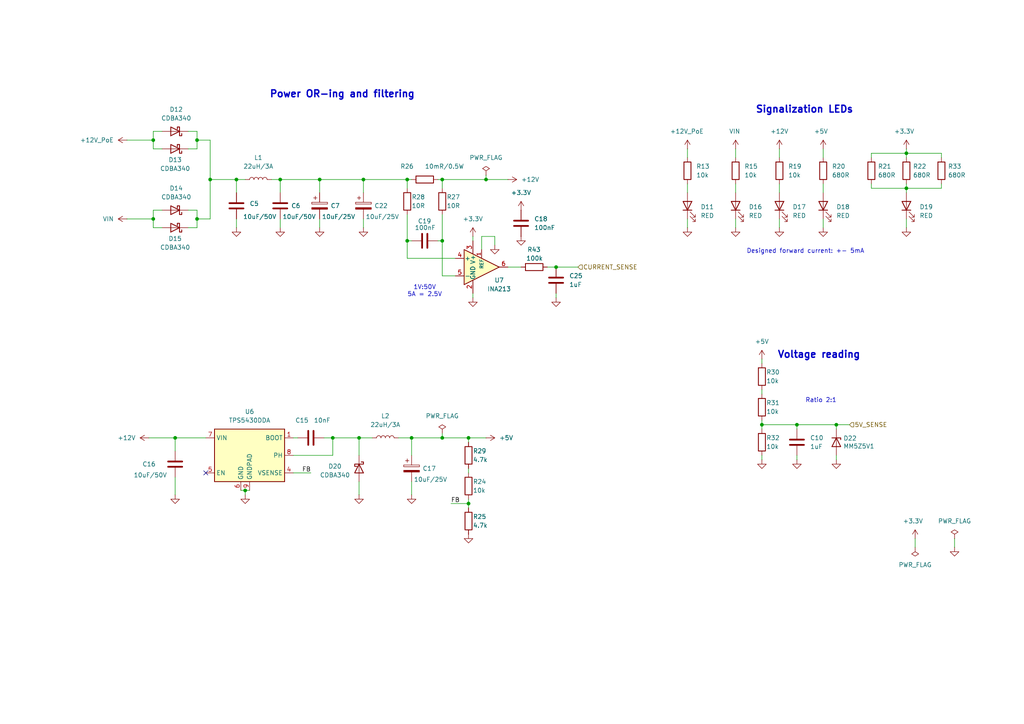
<source format=kicad_sch>
(kicad_sch (version 20231120) (generator "eeschema") (generator_version "8.0")
  (paper "A4")
  (title_block (title "Interface shield") (date "2024-06-04") (rev "${VERSION}") (company "TrendBit s.r.o.") (comment 1 "Designed by: Petr Malaník"))
  (lib_symbols
    (symbol "Device:C" (pin_numbers hide) (pin_names (offset 0.254))
      (property "Reference" "C" (at 0.635 2.54 0))
      (property "Value" "C" (at 0.635 -2.54 0))
      (symbol "C_0_1"
        (polyline (pts (xy -2.032 -0.762) (xy 2.032 -0.762)) (stroke (width 0.508)))
        (polyline (pts (xy -2.032 0.762) (xy 2.032 0.762)) (stroke (width 0.508)))
      )
      (symbol "C_1_1"
        (pin passive line (at 0 3.81 270) (length 2.794) (name "~") (number "1"))
        (pin passive line (at 0 -3.81 90) (length 2.794) (name "~") (number "2"))
      )
    )
    (symbol "Device:C_Polarized" (pin_numbers hide) (pin_names (offset 0.254))
      (property "Reference" "C" (at 0.635 2.54 0))
      (property "Value" "C_Polarized" (at 0.635 -2.54 0))
      (symbol "C_Polarized_0_1"
        (rectangle (start -2.286 0.508) (end 2.286 1.016))
        (polyline (pts (xy -1.778 2.286) (xy -0.762 2.286)))
        (polyline (pts (xy -1.27 2.794) (xy -1.27 1.778)))
        (rectangle (start 2.286 -0.508) (end -2.286 -1.016) (fill (type outline)))
      )
      (symbol "C_Polarized_1_1"
        (pin passive line (at 0 3.81 270) (length 2.794) (name "~") (number "1"))
        (pin passive line (at 0 -3.81 90) (length 2.794) (name "~") (number "2"))
      )
    )
    (symbol "Device:D_Schottky" (pin_numbers hide) (pin_names (offset 1.016) hide)
      (property "Reference" "D" (at 0 2.54 0))
      (property "Value" "D_Schottky" (at 0 -2.54 0))
      (symbol "D_Schottky_0_1"
        (polyline (pts (xy 1.27 0) (xy -1.27 0)))
        (polyline (pts (xy 1.27 1.27) (xy 1.27 -1.27) (xy -1.27 0) (xy 1.27 1.27)) (stroke (width 0.254)))
        (polyline (pts (xy -1.905 0.635) (xy -1.905 1.27) (xy -1.27 1.27) (xy -1.27 -1.27) (xy -0.635 -1.27) (xy -0.635 -0.635)) (stroke (width 0.254)))
      )
      (symbol "D_Schottky_1_1"
        (pin passive line (at -3.81 0 0) (length 2.54) (name "K") (number "1"))
        (pin passive line (at 3.81 0 180) (length 2.54) (name "A") (number "2"))
      )
    )
    (symbol "Device:D_Zener" (pin_numbers hide) (pin_names (offset 1.016) hide)
      (property "Reference" "D" (at 0 2.54 0))
      (property "Value" "D_Zener" (at 0 -2.54 0))
      (symbol "D_Zener_0_1"
        (polyline (pts (xy 1.27 0) (xy -1.27 0)))
        (polyline (pts (xy -1.27 -1.27) (xy -1.27 1.27) (xy -0.762 1.27)) (stroke (width 0.254)))
        (polyline (pts (xy 1.27 -1.27) (xy 1.27 1.27) (xy -1.27 0) (xy 1.27 -1.27)) (stroke (width 0.254)))
      )
      (symbol "D_Zener_1_1"
        (pin passive line (at -3.81 0 0) (length 2.54) (name "K") (number "1"))
        (pin passive line (at 3.81 0 180) (length 2.54) (name "A") (number "2"))
      )
    )
    (symbol "Device:L" (pin_numbers hide) (pin_names (offset 1.016) hide)
      (property "Reference" "L" (at -1.27 0 90))
      (property "Value" "L" (at 1.905 0 90))
      (symbol "L_0_1"
        (arc (start 0 -2.54) (mid 0.6323 -1.905) (end 0 -1.27))
        (arc (start 0 -1.27) (mid 0.6323 -0.635) (end 0 0))
        (arc (start 0 0) (mid 0.6323 0.635) (end 0 1.27))
        (arc (start 0 1.27) (mid 0.6323 1.905) (end 0 2.54))
      )
      (symbol "L_1_1"
        (pin passive line (at 0 3.81 270) (length 1.27) (name "1") (number "1"))
        (pin passive line (at 0 -3.81 90) (length 1.27) (name "2") (number "2"))
      )
    )
    (symbol "Device:LED" (pin_numbers hide) (pin_names (offset 1.016) hide)
      (property "Reference" "D" (at 0 2.54 0))
      (property "Value" "LED" (at 0 -2.54 0))
      (symbol "LED_0_1"
        (polyline (pts (xy -1.27 -1.27) (xy -1.27 1.27)) (stroke (width 0.254)))
        (polyline (pts (xy -1.27 0) (xy 1.27 0)))
        (polyline (pts (xy 1.27 -1.27) (xy 1.27 1.27) (xy -1.27 0) (xy 1.27 -1.27)) (stroke (width 0.254)))
        (polyline (pts (xy -3.048 -0.762) (xy -4.572 -2.286) (xy -3.81 -2.286) (xy -4.572 -2.286) (xy -4.572 -1.524)))
        (polyline (pts (xy -1.778 -0.762) (xy -3.302 -2.286) (xy -2.54 -2.286) (xy -3.302 -2.286) (xy -3.302 -1.524)))
      )
      (symbol "LED_1_1"
        (pin passive line (at -3.81 0 0) (length 2.54) (name "K") (number "1"))
        (pin passive line (at 3.81 0 180) (length 2.54) (name "A") (number "2"))
      )
    )
    (symbol "Device:R" (pin_numbers hide) (pin_names (offset 0))
      (property "Reference" "R" (at 2.032 0 90))
      (property "Value" "R" (at 0 0 90))
      (symbol "R_0_1"
        (rectangle (start -1.016 -2.54) (end 1.016 2.54) (stroke (width 0.254)))
      )
      (symbol "R_1_1"
        (pin passive line (at 0 3.81 270) (length 1.27) (name "~") (number "1"))
        (pin passive line (at 0 -3.81 90) (length 1.27) (name "~") (number "2"))
      )
    )
    (symbol "Regulator_Switching:TPS5430DDA"
      (property "Reference" "U" (at -10.16 8.89 0))
      (property "Value" "TPS5430DDA" (at -1.27 8.89 0))
      (symbol "TPS5430DDA_0_1"
        (rectangle (start -10.16 7.62) (end 10.16 -7.62) (stroke (width 0.254)) (fill (type background)))
      )
      (symbol "TPS5430DDA_1_1"
        (pin input line (at 12.7 5.08 180) (length 2.54) (name "BOOT") (number "1"))
        (pin no_connect line (at -10.16 2.54 0) (length 2.54) hide (name "NC") (number "2"))
        (pin no_connect line (at -10.16 -2.54 0) (length 2.54) hide (name "NC") (number "3"))
        (pin input line (at 12.7 -5.08 180) (length 2.54) (name "VSENSE") (number "4"))
        (pin input line (at -12.7 -5.08 0) (length 2.54) (name "EN") (number "5"))
        (pin power_in line (at -2.54 -10.16 90) (length 2.54) (name "GND") (number "6"))
        (pin power_in line (at -12.7 5.08 0) (length 2.54) (name "VIN") (number "7"))
        (pin output line (at 12.7 0 180) (length 2.54) (name "PH") (number "8"))
        (pin power_in line (at 0 -10.16 90) (length 2.54) (name "GNDPAD") (number "9"))
      )
    )
    (symbol "TCY_power_management:INA213_SC-70" (pin_names (offset 0.127))
      (property "Reference" "U" (at 3.81 3.81 0))
      (property "Value" "INA213" (at 7.112 -4.318 0))
      (symbol "INA213_SC-70_0_1"
        (polyline (pts (xy 5.08 0) (xy -5.08 5.08) (xy -5.08 -5.08) (xy 5.08 0)) (stroke (width 0.254)) (fill (type background)))
      )
      (symbol "INA213_SC-70_1_1"
        (pin input line (at 0 5.08 270) (length 2.54) (name "REF") (number "1"))
        (pin power_in line (at -2.54 -7.62 90) (length 3.81) (name "GND") (number "2"))
        (pin power_in line (at -2.54 7.62 270) (length 3.81) (name "V+") (number "3"))
        (pin input line (at -7.62 2.54 0) (length 2.54) (name "+") (number "4"))
        (pin input line (at -7.62 -2.54 0) (length 2.54) (name "-") (number "5"))
        (pin output line (at 7.62 0 180) (length 2.54) (name "~") (number "6"))
      )
    )
    (symbol "power:+12V" (power) (pin_numbers hide) (pin_names (offset 0) hide)
      (property "Value" "+12V" (at 0 3.556 0))
      (symbol "+12V_0_1"
        (polyline (pts (xy -0.762 1.27) (xy 0 2.54)))
        (polyline (pts (xy 0 0) (xy 0 2.54)))
        (polyline (pts (xy 0 2.54) (xy 0.762 1.27)))
      )
      (symbol "+12V_1_1"
        (pin power_in line (at 0 0 90) (length 0) (name "~") (number "1"))
      )
    )
    (symbol "power:+24V" (power) (pin_numbers hide) (pin_names (offset 0) hide)
      (property "Value" "+24V" (at 0 3.556 0))
      (symbol "+24V_0_1"
        (polyline (pts (xy -0.762 1.27) (xy 0 2.54)))
        (polyline (pts (xy 0 0) (xy 0 2.54)))
        (polyline (pts (xy 0 2.54) (xy 0.762 1.27)))
      )
      (symbol "+24V_1_1"
        (pin power_in line (at 0 0 90) (length 0) (name "~") (number "1"))
      )
    )
    (symbol "power:+3.3V" (power) (pin_numbers hide) (pin_names (offset 0) hide)
      (property "Value" "+3.3V" (at 0 3.556 0))
      (symbol "+3.3V_0_1"
        (polyline (pts (xy -0.762 1.27) (xy 0 2.54)))
        (polyline (pts (xy 0 0) (xy 0 2.54)))
        (polyline (pts (xy 0 2.54) (xy 0.762 1.27)))
      )
      (symbol "+3.3V_1_1"
        (pin power_in line (at 0 0 90) (length 0) (name "~") (number "1"))
      )
    )
    (symbol "power:+5V" (power) (pin_numbers hide) (pin_names (offset 0) hide)
      (property "Value" "+5V" (at 0 3.556 0))
      (symbol "+5V_0_1"
        (polyline (pts (xy -0.762 1.27) (xy 0 2.54)))
        (polyline (pts (xy 0 0) (xy 0 2.54)))
        (polyline (pts (xy 0 2.54) (xy 0.762 1.27)))
      )
      (symbol "+5V_1_1"
        (pin power_in line (at 0 0 90) (length 0) (name "~") (number "1"))
      )
    )
    (symbol "power:GND" (power) (pin_numbers hide) (pin_names (offset 0) hide)
      (property "Value" "GND" (at 0 -3.81 0))
      (symbol "GND_0_1"
        (polyline (pts (xy 0 0) (xy 0 -1.27) (xy 1.27 -1.27) (xy 0 -2.54) (xy -1.27 -1.27) (xy 0 -1.27)))
      )
      (symbol "GND_1_1"
        (pin power_in line (at 0 0 270) (length 0) (name "~") (number "1"))
      )
    )
    (symbol "power:PWR_FLAG" (power) (pin_numbers hide) (pin_names (offset 0) hide)
      (property "Value" "PWR_FLAG" (at 0 3.81 0))
      (symbol "PWR_FLAG_0_0"
        (pin power_out line (at 0 0 90) (length 0) (name "~") (number "1"))
      )
      (symbol "PWR_FLAG_0_1"
        (polyline (pts (xy 0 0) (xy 0 1.27) (xy -1.016 1.905) (xy 0 2.54) (xy 1.016 1.905) (xy 0 1.27)))
      )
    )
    (symbol "power:VCC" (power) (pin_numbers hide) (pin_names (offset 0) hide)
      (property "Value" "VCC" (at 0 3.556 0))
      (symbol "VCC_0_1"
        (polyline (pts (xy -0.762 1.27) (xy 0 2.54)))
        (polyline (pts (xy 0 0) (xy 0 2.54)))
        (polyline (pts (xy 0 2.54) (xy 0.762 1.27)))
      )
      (symbol "VCC_1_1"
        (pin power_in line (at 0 0 90) (length 0) (name "~") (number "1"))
      )
    )
  )
  (junction (at 135.89 146.05))
  (junction (at 119.38 127))
  (junction (at 44.45 40.64))
  (junction (at 161.29 77.47))
  (junction (at 44.45 63.5))
  (junction (at 128.27 52.07))
  (junction (at 96.52 127))
  (junction (at 140.97 52.07))
  (junction (at 231.14 123.19))
  (junction (at 81.28 52.07))
  (junction (at 57.15 40.64))
  (junction (at 92.71 52.07))
  (junction (at 105.41 52.07))
  (junction (at 118.11 52.07))
  (junction (at 262.89 54.61))
  (junction (at 57.15 63.5))
  (junction (at 104.14 127))
  (junction (at 128.27 127))
  (junction (at 60.96 52.07))
  (junction (at 128.27 69.85))
  (junction (at 242.57 123.19))
  (junction (at 68.58 52.07))
  (junction (at 50.8 127))
  (junction (at 135.89 127))
  (junction (at 118.11 69.85))
  (junction (at 262.89 44.45))
  (junction (at 71.12 142.24))
  (junction (at 220.98 123.19))
  (no_connect (at 59.69 137.16))
  (wire (pts (xy 36.83 40.64) (xy 44.45 40.64)))
  (wire (pts (xy 50.8 127) (xy 59.69 127)))
  (wire (pts (xy 81.28 63.5) (xy 81.28 66.04)))
  (wire (pts (xy 226.06 63.5) (xy 226.06 66.04)))
  (wire (pts (xy 105.41 63.5) (xy 105.41 66.04)))
  (wire (pts (xy 147.32 77.47) (xy 151.13 77.47)))
  (wire (pts (xy 60.96 40.64) (xy 60.96 52.07)))
  (wire (pts (xy 161.29 85.09) (xy 161.29 86.36)))
  (wire (pts (xy 231.14 132.08) (xy 231.14 133.35)))
  (wire (pts (xy 273.05 54.61) (xy 262.89 54.61)))
  (wire (pts (xy 81.28 52.07) (xy 81.28 55.88)))
  (wire (pts (xy 105.41 52.07) (xy 105.41 55.88)))
  (wire (pts (xy 127 69.85) (xy 128.27 69.85)))
  (wire (pts (xy 119.38 127) (xy 128.27 127)))
  (wire (pts (xy 199.39 63.5) (xy 199.39 66.04)))
  (wire (pts (xy 54.61 60.96) (xy 57.15 60.96)))
  (wire (pts (xy 57.15 43.18) (xy 57.15 40.64)))
  (wire (pts (xy 128.27 52.07) (xy 128.27 54.61)))
  (wire (pts (xy 220.98 104.14) (xy 220.98 105.41)))
  (wire (pts (xy 118.11 52.07) (xy 119.38 52.07)))
  (wire (pts (xy 68.58 52.07) (xy 68.58 55.88)))
  (wire (pts (xy 54.61 38.1) (xy 57.15 38.1)))
  (wire (pts (xy 262.89 53.34) (xy 262.89 54.61)))
  (wire (pts (xy 93.98 127) (xy 96.52 127)))
  (wire (pts (xy 242.57 123.19) (xy 242.57 124.46)))
  (wire (pts (xy 161.29 77.47) (xy 167.64 77.47)))
  (wire (pts (xy 96.52 127) (xy 104.14 127)))
  (wire (pts (xy 85.09 132.08) (xy 96.52 132.08)))
  (wire (pts (xy 46.99 38.1) (xy 44.45 38.1)))
  (wire (pts (xy 68.58 63.5) (xy 68.58 66.04)))
  (wire (pts (xy 231.14 123.19) (xy 242.57 123.19)))
  (wire (pts (xy 213.36 53.34) (xy 213.36 55.88)))
  (wire (pts (xy 43.18 127) (xy 50.8 127)))
  (wire (pts (xy 213.36 43.18) (xy 213.36 45.72)))
  (wire (pts (xy 60.96 52.07) (xy 60.96 63.5)))
  (wire (pts (xy 199.39 43.18) (xy 199.39 45.72)))
  (wire (pts (xy 139.7 72.39) (xy 139.7 68.58)))
  (wire (pts (xy 276.86 156.21) (xy 276.86 158.75)))
  (wire (pts (xy 128.27 62.23) (xy 128.27 69.85)))
  (wire (pts (xy 226.06 43.18) (xy 226.06 45.72)))
  (wire (pts (xy 71.12 142.24) (xy 72.39 142.24)))
  (wire (pts (xy 57.15 63.5) (xy 57.15 60.96)))
  (wire (pts (xy 118.11 62.23) (xy 118.11 69.85)))
  (wire (pts (xy 105.41 52.07) (xy 118.11 52.07)))
  (wire (pts (xy 135.89 128.27) (xy 135.89 127)))
  (wire (pts (xy 86.36 127) (xy 85.09 127)))
  (wire (pts (xy 118.11 69.85) (xy 119.38 69.85)))
  (wire (pts (xy 128.27 69.85) (xy 128.27 80.01)))
  (wire (pts (xy 252.73 54.61) (xy 262.89 54.61)))
  (wire (pts (xy 71.12 142.24) (xy 71.12 143.51)))
  (wire (pts (xy 262.89 44.45) (xy 273.05 44.45)))
  (wire (pts (xy 137.16 85.09) (xy 137.16 86.36)))
  (wire (pts (xy 54.61 66.04) (xy 57.15 66.04)))
  (wire (pts (xy 118.11 69.85) (xy 118.11 74.93)))
  (wire (pts (xy 262.89 43.18) (xy 262.89 44.45)))
  (wire (pts (xy 128.27 125.73) (xy 128.27 127)))
  (wire (pts (xy 104.14 127) (xy 107.95 127)))
  (wire (pts (xy 132.08 74.93) (xy 118.11 74.93)))
  (wire (pts (xy 139.7 68.58) (xy 143.51 68.58)))
  (wire (pts (xy 242.57 123.19) (xy 246.38 123.19)))
  (wire (pts (xy 44.45 66.04) (xy 46.99 66.04)))
  (wire (pts (xy 252.73 54.61) (xy 252.73 53.34)))
  (wire (pts (xy 57.15 63.5) (xy 57.15 66.04)))
  (wire (pts (xy 135.89 127) (xy 140.97 127)))
  (wire (pts (xy 92.71 52.07) (xy 92.71 55.88)))
  (wire (pts (xy 57.15 40.64) (xy 60.96 40.64)))
  (wire (pts (xy 68.58 52.07) (xy 71.12 52.07)))
  (wire (pts (xy 213.36 63.5) (xy 213.36 66.04)))
  (wire (pts (xy 220.98 121.92) (xy 220.98 123.19)))
  (wire (pts (xy 220.98 123.19) (xy 220.98 124.46)))
  (wire (pts (xy 128.27 52.07) (xy 127 52.07)))
  (wire (pts (xy 135.89 146.05) (xy 135.89 147.32)))
  (wire (pts (xy 128.27 127) (xy 135.89 127)))
  (wire (pts (xy 238.76 43.18) (xy 238.76 45.72)))
  (wire (pts (xy 238.76 63.5) (xy 238.76 66.04)))
  (wire (pts (xy 262.89 54.61) (xy 262.89 55.88)))
  (wire (pts (xy 44.45 60.96) (xy 44.45 63.5)))
  (wire (pts (xy 220.98 123.19) (xy 231.14 123.19)))
  (wire (pts (xy 273.05 44.45) (xy 273.05 45.72)))
  (wire (pts (xy 50.8 138.43) (xy 50.8 143.51)))
  (wire (pts (xy 36.83 63.5) (xy 44.45 63.5)))
  (wire (pts (xy 242.57 132.08) (xy 242.57 133.35)))
  (wire (pts (xy 44.45 63.5) (xy 44.45 66.04)))
  (wire (pts (xy 140.97 50.8) (xy 140.97 52.07)))
  (wire (pts (xy 119.38 127) (xy 119.38 132.08)))
  (wire (pts (xy 220.98 113.03) (xy 220.98 114.3)))
  (wire (pts (xy 238.76 53.34) (xy 238.76 55.88)))
  (wire (pts (xy 115.57 127) (xy 119.38 127)))
  (wire (pts (xy 226.06 53.34) (xy 226.06 55.88)))
  (wire (pts (xy 220.98 132.08) (xy 220.98 133.35)))
  (wire (pts (xy 44.45 38.1) (xy 44.45 40.64)))
  (wire (pts (xy 265.43 156.21) (xy 265.43 158.75)))
  (wire (pts (xy 143.51 68.58) (xy 143.51 71.12)))
  (wire (pts (xy 92.71 52.07) (xy 105.41 52.07)))
  (wire (pts (xy 252.73 44.45) (xy 262.89 44.45)))
  (wire (pts (xy 50.8 127) (xy 50.8 130.81)))
  (wire (pts (xy 262.89 44.45) (xy 262.89 45.72)))
  (wire (pts (xy 60.96 52.07) (xy 68.58 52.07)))
  (wire (pts (xy 57.15 40.64) (xy 57.15 38.1)))
  (wire (pts (xy 119.38 139.7) (xy 119.38 143.51)))
  (wire (pts (xy 118.11 52.07) (xy 118.11 54.61)))
  (wire (pts (xy 128.27 52.07) (xy 140.97 52.07)))
  (wire (pts (xy 137.16 69.85) (xy 137.16 68.58)))
  (wire (pts (xy 78.74 52.07) (xy 81.28 52.07)))
  (wire (pts (xy 252.73 44.45) (xy 252.73 45.72)))
  (wire (pts (xy 85.09 137.16) (xy 90.17 137.16)))
  (wire (pts (xy 199.39 53.34) (xy 199.39 55.88)))
  (wire (pts (xy 262.89 63.5) (xy 262.89 66.04)))
  (wire (pts (xy 44.45 43.18) (xy 46.99 43.18)))
  (wire (pts (xy 273.05 53.34) (xy 273.05 54.61)))
  (wire (pts (xy 130.81 146.05) (xy 135.89 146.05)))
  (wire (pts (xy 231.14 123.19) (xy 231.14 124.46)))
  (wire (pts (xy 92.71 63.5) (xy 92.71 66.04)))
  (wire (pts (xy 57.15 63.5) (xy 60.96 63.5)))
  (wire (pts (xy 46.99 60.96) (xy 44.45 60.96)))
  (wire (pts (xy 135.89 137.16) (xy 135.89 135.89)))
  (wire (pts (xy 104.14 139.7) (xy 104.14 143.51)))
  (wire (pts (xy 96.52 127) (xy 96.52 132.08)))
  (wire (pts (xy 135.89 144.78) (xy 135.89 146.05)))
  (wire (pts (xy 44.45 40.64) (xy 44.45 43.18)))
  (wire (pts (xy 54.61 43.18) (xy 57.15 43.18)))
  (wire (pts (xy 158.75 77.47) (xy 161.29 77.47)))
  (wire (pts (xy 140.97 52.07) (xy 147.32 52.07)))
  (wire (pts (xy 69.85 142.24) (xy 71.12 142.24)))
  (wire (pts (xy 104.14 127) (xy 104.14 132.08)))
  (wire (pts (xy 81.28 52.07) (xy 92.71 52.07)))
  (wire (pts (xy 128.27 80.01) (xy 132.08 80.01)))
  (text "1V:50V\n5A = 2.5V\n" (at 123.19 84.455 0) (effects (font (size 1.27 1.27))))
  (text "Designed forward current: +- 5mA" (at 216.535 73.66 0) (effects (font (size 1.27 1.27)) (justify left bottom)))
  (text "Power OR-ing and filtering" (at 78.105 28.575 0) (effects (font (size 2 2) (thickness 0.4) (bold yes)) (justify left bottom)))
  (text "Voltage reading" (at 225.425 104.14 0) (effects (font (size 2 2) (thickness 0.4) (bold yes)) (justify left bottom)))
  (text "Signalization LEDs" (at 219.075 33.02 0) (effects (font (size 2 2) (thickness 0.4) (bold yes)) (justify left bottom)))
  (text "Ratio 2:1" (at 238.125 116.205 0) (effects (font (size 1.27 1.27))))
  (label "FB" (at 130.81 146.05 0))
  (label "FB" (at 90.17 137.16 180))
  (hierarchical_label "CURRENT_SENSE" (shape input) (at 167.64 77.47 0))
  (hierarchical_label "5V_SENSE" (shape input) (at 246.38 123.19 0))
  (symbol (lib_id "Device:C") (at 151.13 64.77 0) (unit 1)
    (property "Reference" "C18" (at 154.94 63.4999 0) (effects (justify left)))
    (property "Value" "100nF" (at 154.94 66.0399 0) (effects (justify left)))
    (property "Footprint" "Capacitor_SMD:C_0603_1608Metric" (effects (hide yes)))
    (property "Description" "Unpolarized capacitor" (effects (hide yes)))
    (property "LCSC" "C14663" (effects (hide yes)))
  )
  (symbol (lib_id "power:+3.3V") (at 137.16 68.58 0) (unit 1)
    (property "Reference" "#PWR052" (effects (hide yes)))
    (property "Value" "+3.3V" (at 137.16 63.5 0))
    (property "Description" "Power symbol creates a global label with name \"+3.3V\"" (effects (hide yes)))
  )
  (symbol (lib_id "power:GND") (at 262.89 66.04 0) (unit 1)
    (property "Reference" "#PWR044" (effects (hide yes)))
    (property "Value" "GND" (effects (hide yes)))
    (property "Description" "Power symbol creates a global label with name \"GND\" , ground" (effects (hide yes)))
  )
  (symbol (lib_id "power:+12V") (at 226.06 43.18 0) (unit 1)
    (property "Reference" "#PWR037" (effects (hide yes)))
    (property "Value" "+12V" (at 226.06 38.1 0))
    (property "Description" "Power symbol creates a global label with name \"+12V\"" (effects (hide yes)))
  )
  (symbol (lib_id "Device:D_Schottky") (at 50.8 66.04 180) (unit 1)
    (property "Reference" "D15" (at 50.8 69.215 0))
    (property "Value" "CDBA340" (at 50.8 71.755 0))
    (property "Footprint" "Diode_SMD:D_SMA" (effects (hide yes)))
    (property "Description" "Schottky diode" (effects (hide yes)))
    (property "Link" "https://cz.mouser.com/ProductDetail/Comchip-Technology/CDBA340-HF?qs=sGAEpiMZZMtbRapU8LlZD7Jimkw4KnZBmcvzrUXABj8%3D" (effects (hide yes)))
    (property "MPN" "CDBA340-HF" (effects (hide yes)))
    (property "JLCPCB" "C8678" (effects (hide yes)))
    (property "Mouser" "https://cz.mouser.com/ProductDetail/Comchip-Technology/CDBA340-HF?qs=2qJf6qQ4IOK2MGmBCnkoYw%3D%3D" (effects (hide yes)))
    (property "MPNA" "SS34" (effects (hide yes)))
    (property "LCSC" "C8678" (effects (hide yes)))
  )
  (symbol (lib_id "TCY_power_management:INA213_SC-70") (at 139.7 77.47 0) (unit 1)
    (property "Reference" "U7" (at 144.78 81.28 0))
    (property "Value" "INA213" (at 144.78 83.82 0))
    (property "Footprint" "Package_TO_SOT_SMD:SOT-363_SC-70-6" (effects (hide yes)))
    (property "Datasheet" "https://www.ti.com/lit/ds/symlink/ina213.pdf" (effects (hide yes)))
    (property "Description" "Current Shunt Monitor 26V Bidirectional, UQFN10" (effects (hide yes)))
    (property "Mouser" "https://cz.mouser.com/ProductDetail/Texas-Instruments/INA213AIRSWR?qs=IK5e5L0zOXjUWZcMF23Plg%3D%3D" (effects (hide yes)))
    (property "JLCPCB" "C129346" (effects (hide yes)))
    (property "MPN" "INA213AIDCKR" (effects (hide yes)))
    (property "LCSC" "C129346" (effects (hide yes)))
  )
  (symbol (lib_id "Device:C") (at 90.17 127 90) (unit 1)
    (property "Reference" "C15" (at 89.535 121.92 90) (effects (justify left)))
    (property "Value" "10nF" (at 95.885 121.92 90) (effects (justify left)))
    (property "Footprint" "Capacitor_SMD:C_0603_1608Metric" (effects (hide yes)))
    (property "LCSC" "C57112" (effects (hide yes)))
  )
  (symbol (lib_id "Device:R") (at 135.89 151.13 0) (unit 1)
    (property "Reference" "R25" (at 137.16 149.86 0) (effects (justify left)))
    (property "Value" "4.7k" (at 137.16 152.4 0) (effects (justify left)))
    (property "Footprint" "Resistor_SMD:R_0603_1608Metric" (effects (hide yes)))
    (property "LCSC" "C23162" (effects (hide yes)))
  )
  (symbol (lib_id "Device:LED") (at 199.39 59.69 90) (unit 1)
    (property "Reference" "D11" (at 203.2 60.0075 90) (effects (justify right)))
    (property "Value" "RED" (at 203.2 62.5475 90) (effects (justify right)))
    (property "Footprint" "LED_SMD:LED_0603_1608Metric" (effects (hide yes)))
    (property "Link" "https://cz.mouser.com/ProductDetail/755-SML-D12V8WT86" (effects (hide yes)))
    (property "MPN" " KT-0603R" (effects (hide yes)))
    (property "JLCPCB" "C2286" (effects (hide yes)))
    (property "MPNA" "SML-D12V8WT86 " (effects (hide yes)))
    (property "Mouser" "https://cz.mouser.com/ProductDetail/ROHM-Semiconductor/SML-D12V8WT86?qs=4kLU8WoGk0uh2PhEoCCv1w%3D%3D" (effects (hide yes)))
    (property "LCSC" "C2286" (effects (hide yes)))
  )
  (symbol (lib_id "power:GND") (at 151.13 68.58 0) (unit 1)
    (property "Reference" "#PWR051" (effects (hide yes)))
    (property "Value" "GND" (effects (hide yes)))
    (property "Description" "Power symbol creates a global label with name \"GND\" , ground" (effects (hide yes)))
  )
  (symbol (lib_id "power:GND") (at 161.29 86.36 0) (unit 1)
    (property "Reference" "#PWR0124" (effects (hide yes)))
    (property "Value" "GND" (effects (hide yes)))
    (property "Description" "Power symbol creates a global label with name \"GND\" , ground" (effects (hide yes)))
  )
  (symbol (lib_id "power:VCC") (at 213.36 43.18 0) (unit 1)
    (property "Reference" "#PWR033" (effects (hide yes)))
    (property "Value" "VIN" (at 211.455 38.1 0) (effects (justify left)))
    (property "Description" "Power symbol creates a global label with name \"VIN\"" (effects (hide yes)))
  )
  (symbol (lib_id "power:+5V") (at 220.98 104.14 0) (unit 1)
    (property "Reference" "#PWR057" (effects (hide yes)))
    (property "Value" "+5V" (at 220.98 99.06 0))
  )
  (symbol (lib_id "power:GND") (at 135.89 154.94 0) (unit 1)
    (property "Reference" "#PWR058" (effects (hide yes)))
    (property "Value" "GND" (effects (hide yes)))
    (property "Description" "Power symbol creates a global label with name \"GND\" , ground" (effects (hide yes)))
  )
  (symbol (lib_id "Device:R") (at 238.76 49.53 0) (unit 1)
    (property "Reference" "R20" (at 241.3 48.2599 0) (effects (justify left)))
    (property "Value" "680R" (at 241.3 50.7999 0) (effects (justify left)))
    (property "Footprint" "Resistor_SMD:R_0603_1608Metric" (effects (hide yes)))
    (property "LCSC" "C23228" (effects (hide yes)))
  )
  (symbol (lib_id "Device:R") (at 252.73 49.53 0) (unit 1)
    (property "Reference" "R21" (at 254.635 48.26 0) (effects (justify left)))
    (property "Value" "680R" (at 254.635 50.8 0) (effects (justify left)))
    (property "Footprint" "Resistor_SMD:R_0603_1608Metric" (effects (hide yes)))
    (property "LCSC" "C23228" (effects (hide yes)))
  )
  (symbol (lib_id "power:GND") (at 81.28 66.04 0) (unit 1)
    (property "Reference" "#PWR042" (effects (hide yes)))
    (property "Value" "GND" (effects (hide yes)))
    (property "Description" "Power symbol creates a global label with name \"GND\" , ground" (effects (hide yes)))
  )
  (symbol (lib_id "power:GND") (at 92.71 66.04 0) (unit 1)
    (property "Reference" "#PWR045" (effects (hide yes)))
    (property "Value" "GND" (effects (hide yes)))
    (property "Description" "Power symbol creates a global label with name \"GND\" , ground" (effects (hide yes)))
  )
  (symbol (lib_id "Device:R") (at 273.05 49.53 0) (unit 1)
    (property "Reference" "R33" (at 274.955 48.26 0) (effects (justify left)))
    (property "Value" "680R" (at 274.955 50.8 0) (effects (justify left)))
    (property "Footprint" "Resistor_SMD:R_0603_1608Metric" (effects (hide yes)))
    (property "LCSC" "C23228" (effects (hide yes)))
  )
  (symbol (lib_id "power:PWR_FLAG") (at 276.86 156.21 0) (unit 1)
    (property "Reference" "#FLG04" (effects (hide yes)))
    (property "Value" "PWR_FLAG" (at 276.86 151.13 0))
    (property "Description" "Special symbol for telling ERC where power comes from" (effects (hide yes)))
  )
  (symbol (lib_id "Device:R") (at 154.94 77.47 90) (unit 1)
    (property "Reference" "R43" (at 156.845 72.39 90) (effects (justify left)))
    (property "Value" "100k" (at 157.48 74.93 90) (effects (justify left)))
    (property "Footprint" "Resistor_SMD:R_0603_1608Metric" (effects (hide yes)))
    (property "LCSC" "C25803" (effects (hide yes)))
  )
  (symbol (lib_id "power:+3.3V") (at 151.13 60.96 0) (unit 1)
    (property "Reference" "#PWR050" (effects (hide yes)))
    (property "Value" "+3.3V" (at 151.13 55.88 0))
    (property "Description" "Power symbol creates a global label with name \"+3.3V\"" (effects (hide yes)))
  )
  (symbol (lib_id "power:GND") (at 143.51 71.12 0) (unit 1)
    (property "Reference" "#PWR0107" (effects (hide yes)))
    (property "Value" "GND" (effects (hide yes)))
    (property "Description" "Power symbol creates a global label with name \"GND\" , ground" (effects (hide yes)))
  )
  (symbol (lib_id "power:GND") (at 104.14 143.51 0) (unit 1)
    (property "Reference" "#PWR0108" (effects (hide yes)))
    (property "Value" "GND" (effects (hide yes)))
    (property "Description" "Power symbol creates a global label with name \"GND\" , ground" (effects (hide yes)))
  )
  (symbol (lib_id "power:+3.3V") (at 262.89 43.18 0) (unit 1)
    (property "Reference" "#PWR043" (effects (hide yes)))
    (property "Value" "+3.3V" (at 262.255 38.1 0))
    (property "Description" "Power symbol creates a global label with name \"+3.3V\"" (effects (hide yes)))
  )
  (symbol (lib_id "Device:C") (at 123.19 69.85 90) (unit 1)
    (property "Reference" "C19" (at 125.095 64.135 90) (effects (justify left)))
    (property "Value" "100nF" (at 126.365 66.04 90) (effects (justify left)))
    (property "Footprint" "Capacitor_SMD:C_0603_1608Metric" (effects (hide yes)))
    (property "Description" "Unpolarized capacitor" (effects (hide yes)))
    (property "LCSC" "C14663" (effects (hide yes)))
  )
  (symbol (lib_id "Device:C") (at 50.8 134.62 0) (unit 1)
    (property "Reference" "C16" (at 41.275 134.62 0) (effects (justify left)))
    (property "Value" "10uF/50V" (at 38.735 137.795 0) (effects (justify left)))
    (property "Footprint" "Capacitor_SMD:C_1206_3216Metric" (effects (hide yes)))
    (property "JLCPCB" "C13585" (effects (hide yes)))
    (property "LCSC" "C13585" (effects (hide yes)))
  )
  (symbol (lib_id "Device:R") (at 262.89 49.53 0) (unit 1)
    (property "Reference" "R22" (at 264.795 48.26 0) (effects (justify left)))
    (property "Value" "680R" (at 264.795 50.8 0) (effects (justify left)))
    (property "Footprint" "Resistor_SMD:R_0603_1608Metric" (effects (hide yes)))
    (property "LCSC" "C23228" (effects (hide yes)))
  )
  (symbol (lib_id "Device:C") (at 161.29 81.28 0) (unit 1)
    (property "Reference" "C25" (at 165.1 80.0099 0) (effects (justify left)))
    (property "Value" "1uF" (at 165.1 82.5499 0) (effects (justify left)))
    (property "Footprint" "Capacitor_SMD:C_0603_1608Metric" (effects (hide yes)))
    (property "Description" "Unpolarized capacitor" (effects (hide yes)))
    (property "LCSC" "C15849" (effects (hide yes)))
  )
  (symbol (lib_id "power:GND") (at 199.39 66.04 0) (unit 1)
    (property "Reference" "#PWR032" (effects (hide yes)))
    (property "Value" "GND" (effects (hide yes)))
    (property "Description" "Power symbol creates a global label with name \"GND\" , ground" (effects (hide yes)))
  )
  (symbol (lib_id "Device:R") (at 135.89 132.08 0) (unit 1)
    (property "Reference" "R29" (at 137.16 130.81 0) (effects (justify left)))
    (property "Value" "4.7k" (at 137.16 133.35 0) (effects (justify left)))
    (property "Footprint" "Resistor_SMD:R_0603_1608Metric" (effects (hide yes)))
    (property "LCSC" "C23162" (effects (hide yes)))
  )
  (symbol (lib_id "Device:C_Polarized") (at 105.41 59.69 0) (unit 1)
    (property "Reference" "C22" (at 108.585 59.69 0) (effects (justify left)))
    (property "Value" "10uF/25V" (at 106.045 62.865 0) (effects (justify left)))
    (property "Footprint" "Capacitor_SMD:CP_Elec_4x5.4" (effects (hide yes)))
    (property "MPN" " CK1E100M-CRC54" (effects (hide yes)))
    (property "JLCPCB" "C3001226" (effects (hide yes)))
    (property "LCSC" "C3001226" (effects (hide yes)))
  )
  (symbol (lib_id "Device:LED") (at 226.06 59.69 90) (unit 1)
    (property "Reference" "D17" (at 229.87 60.0075 90) (effects (justify right)))
    (property "Value" "RED" (at 229.87 62.5475 90) (effects (justify right)))
    (property "Footprint" "LED_SMD:LED_0603_1608Metric" (effects (hide yes)))
    (property "Link" "https://cz.mouser.com/ProductDetail/755-SML-D12V8WT86" (effects (hide yes)))
    (property "MPN" " KT-0603R" (effects (hide yes)))
    (property "JLCPCB" "C2286" (effects (hide yes)))
    (property "MPNA" "SML-D12V8WT86 " (effects (hide yes)))
    (property "Mouser" "https://cz.mouser.com/ProductDetail/ROHM-Semiconductor/SML-D12V8WT86?qs=4kLU8WoGk0uh2PhEoCCv1w%3D%3D" (effects (hide yes)))
    (property "LCSC" "C2286" (effects (hide yes)))
  )
  (symbol (lib_id "power:GND") (at 213.36 66.04 0) (unit 1)
    (property "Reference" "#PWR034" (effects (hide yes)))
    (property "Value" "GND" (effects (hide yes)))
    (property "Description" "Power symbol creates a global label with name \"GND\" , ground" (effects (hide yes)))
  )
  (symbol (lib_id "power:GND") (at 105.41 66.04 0) (unit 1)
    (property "Reference" "#PWR0111" (effects (hide yes)))
    (property "Value" "GND" (effects (hide yes)))
    (property "Description" "Power symbol creates a global label with name \"GND\" , ground" (effects (hide yes)))
  )
  (symbol (lib_id "Device:C_Polarized") (at 92.71 59.69 0) (unit 1)
    (property "Reference" "C7" (at 95.885 59.69 0) (effects (justify left)))
    (property "Value" "10uF/25V" (at 93.345 62.865 0) (effects (justify left)))
    (property "Footprint" "Capacitor_SMD:CP_Elec_4x5.4" (effects (hide yes)))
    (property "MPN" " CK1E100M-CRC54" (effects (hide yes)))
    (property "JLCPCB" "C3001226" (effects (hide yes)))
    (property "LCSC" "C3001226" (effects (hide yes)))
  )
  (symbol (lib_id "power:GND") (at 50.8 143.51 0) (unit 1)
    (property "Reference" "#PWR095" (effects (hide yes)))
    (property "Value" "GND" (effects (hide yes)))
    (property "Description" "Power symbol creates a global label with name \"GND\" , ground" (effects (hide yes)))
  )
  (symbol (lib_id "Device:R") (at 123.19 52.07 90) (unit 1)
    (property "Reference" "R26" (at 120.015 48.26 90) (effects (justify left)))
    (property "Value" "10mR/0.5W" (at 134.62 48.26 90) (effects (justify left)))
    (property "Footprint" "Resistor_SMD:R_1210_3225Metric" (effects (hide yes)))
    (property "LCSC" "C270845" (effects (hide yes)))
  )
  (symbol (lib_id "Device:R") (at 213.36 49.53 0) (unit 1)
    (property "Reference" "R15" (at 215.9 48.26 0) (effects (justify left)))
    (property "Value" "10k" (at 215.9 50.8 0) (effects (justify left)))
    (property "Footprint" "Resistor_SMD:R_0603_1608Metric" (effects (hide yes)))
    (property "LCSC" "C25804" (effects (hide yes)))
  )
  (symbol (lib_id "power:GND") (at 238.76 66.04 0) (unit 1)
    (property "Reference" "#PWR041" (effects (hide yes)))
    (property "Value" "GND" (effects (hide yes)))
    (property "Description" "Power symbol creates a global label with name \"GND\" , ground" (effects (hide yes)))
  )
  (symbol (lib_id "Device:LED") (at 238.76 59.69 90) (unit 1)
    (property "Reference" "D18" (at 242.57 60.0075 90) (effects (justify right)))
    (property "Value" "RED" (at 242.57 62.5475 90) (effects (justify right)))
    (property "Footprint" "LED_SMD:LED_0603_1608Metric" (effects (hide yes)))
    (property "Link" "https://cz.mouser.com/ProductDetail/755-SML-D12V8WT86" (effects (hide yes)))
    (property "MPN" " KT-0603R" (effects (hide yes)))
    (property "JLCPCB" "C2286" (effects (hide yes)))
    (property "MPNA" "SML-D12V8WT86 " (effects (hide yes)))
    (property "Mouser" "https://cz.mouser.com/ProductDetail/ROHM-Semiconductor/SML-D12V8WT86?qs=4kLU8WoGk0uh2PhEoCCv1w%3D%3D" (effects (hide yes)))
    (property "LCSC" "C2286" (effects (hide yes)))
  )
  (symbol (lib_id "Device:D_Schottky") (at 50.8 38.1 180) (unit 1)
    (property "Reference" "D12" (at 51.1175 31.75 0))
    (property "Value" "CDBA340" (at 51.1175 34.29 0))
    (property "Footprint" "Diode_SMD:D_SMA" (effects (hide yes)))
    (property "Description" "Schottky diode" (effects (hide yes)))
    (property "Link" "https://cz.mouser.com/ProductDetail/Comchip-Technology/CDBA340-HF?qs=sGAEpiMZZMtbRapU8LlZD7Jimkw4KnZBmcvzrUXABj8%3D" (effects (hide yes)))
    (property "MPN" "CDBA340-HF" (effects (hide yes)))
    (property "JLCPCB" "C8678" (effects (hide yes)))
    (property "Mouser" "https://cz.mouser.com/ProductDetail/Comchip-Technology/CDBA340-HF?qs=2qJf6qQ4IOK2MGmBCnkoYw%3D%3D" (effects (hide yes)))
    (property "MPNA" "SS34" (effects (hide yes)))
    (property "LCSC" "C8678" (effects (hide yes)))
  )
  (symbol (lib_id "Device:D_Zener") (at 242.57 128.27 270) (unit 1)
    (property "Reference" "D22" (at 244.6021 127.1206 90) (effects (justify left)))
    (property "Value" "MM5Z5V1" (at 244.602 129.419 90) (effects (justify left)))
    (property "Footprint" "Diode_SMD:D_SOD-523" (effects (hide yes)))
    (property "MPN" "MM5Z5V1" (effects (hide yes)))
    (property "Link" "https://cz.mouser.com/ProductDetail/Micro-Commercial-Components-MCC/BZT52C3V3T-TP?qs=ZNK0BnemlqH64jno0CHXZA%3D%3D" (effects (hide yes)))
    (property "JLCPCB" "C2832572" (effects (hide yes)))
    (property "MPNA" "BZT52C3V3T-TP " (effects (hide yes)))
    (property "Mouser" "BZT52C3V3T-TP " (effects (hide yes)))
    (property "LCSC" "C2832572" (effects (hide yes)))
  )
  (symbol (lib_id "Regulator_Switching:TPS5430DDA") (at 72.39 132.08 0) (unit 1)
    (property "Reference" "U6" (at 72.39 119.38 0))
    (property "Value" "TPS5430DDA" (at 72.39 121.92 0))
    (property "Footprint" "Package_SO:TI_SO-PowerPAD-8_ThermalVias" (effects (hide yes)))
    (property "Datasheet" "http://www.ti.com/lit/ds/symlink/tps5430.pdf" (effects (hide yes)))
    (property "Description" "3A, Step Down Swift Converter, Adjustable Output Voltage, 5.5-36V Input Voltage, PowerSO-8" (effects (hide yes)))
    (property "JLCPCB" "C9864" (effects (hide yes)))
    (property "MPN" "TPS5430DDAR" (effects (hide yes)))
    (property "LCSC" "C9864" (effects (hide yes)))
  )
  (symbol (lib_id "Device:LED") (at 213.36 59.69 90) (unit 1)
    (property "Reference" "D16" (at 217.17 60.0075 90) (effects (justify right)))
    (property "Value" "RED" (at 217.17 62.5475 90) (effects (justify right)))
    (property "Footprint" "LED_SMD:LED_0603_1608Metric" (effects (hide yes)))
    (property "Link" "https://cz.mouser.com/ProductDetail/755-SML-D12V8WT86" (effects (hide yes)))
    (property "MPN" " KT-0603R" (effects (hide yes)))
    (property "JLCPCB" "C2286" (effects (hide yes)))
    (property "MPNA" "SML-D12V8WT86 " (effects (hide yes)))
    (property "Mouser" "https://cz.mouser.com/ProductDetail/ROHM-Semiconductor/SML-D12V8WT86?qs=4kLU8WoGk0uh2PhEoCCv1w%3D%3D" (effects (hide yes)))
    (property "LCSC" "C2286" (effects (hide yes)))
  )
  (symbol (lib_id "power:+3.3V") (at 265.43 156.21 0) (unit 1)
    (property "Reference" "#PWR013" (effects (hide yes)))
    (property "Value" "+3.3V" (at 264.795 151.13 0))
    (property "Description" "Power symbol creates a global label with name \"+3.3V\"" (effects (hide yes)))
  )
  (symbol (lib_id "power:+12V") (at 43.18 127 90) (unit 1)
    (property "Reference" "#PWR0105" (effects (hide yes)))
    (property "Value" "+12V" (at 39.37 126.9999 90) (effects (justify left)))
    (property "Description" "Power symbol creates a global label with name \"+12V\"" (effects (hide yes)))
  )
  (symbol (lib_id "Device:D_Schottky") (at 50.8 43.18 180) (unit 1)
    (property "Reference" "D13" (at 50.8 46.355 0))
    (property "Value" "CDBA340" (at 50.8 48.895 0))
    (property "Footprint" "Diode_SMD:D_SMA" (effects (hide yes)))
    (property "Description" "Schottky diode" (effects (hide yes)))
    (property "MPN" "CDBA340-HF" (effects (hide yes)))
    (property "Mouser" "https://cz.mouser.com/ProductDetail/Comchip-Technology/CDBA340-HF?qs=2qJf6qQ4IOK2MGmBCnkoYw%3D%3D" (effects (hide yes)))
    (property "JLCPCB" "C8678" (effects (hide yes)))
    (property "MPNA" "SS34" (effects (hide yes)))
    (property "LCSC" "C8678" (effects (hide yes)))
  )
  (symbol (lib_id "power:+5V") (at 238.76 43.18 0) (unit 1)
    (property "Reference" "#PWR040" (effects (hide yes)))
    (property "Value" "+5V" (at 238.125 38.1 0))
    (property "Description" "Power symbol creates a global label with name \"+5V\"" (effects (hide yes)))
  )
  (symbol (lib_id "Device:D_Schottky") (at 50.8 60.96 180) (unit 1)
    (property "Reference" "D14" (at 51.1175 54.61 0))
    (property "Value" "CDBA340" (at 51.1175 57.15 0))
    (property "Footprint" "Diode_SMD:D_SMA" (effects (hide yes)))
    (property "Description" "Schottky diode" (effects (hide yes)))
    (property "Link" "https://cz.mouser.com/ProductDetail/Comchip-Technology/CDBA340-HF?qs=sGAEpiMZZMtbRapU8LlZD7Jimkw4KnZBmcvzrUXABj8%3D" (effects (hide yes)))
    (property "MPN" "CDBA340-HF" (effects (hide yes)))
    (property "JLCPCB" "C8678" (effects (hide yes)))
    (property "Mouser" "https://cz.mouser.com/ProductDetail/Comchip-Technology/CDBA340-HF?qs=2qJf6qQ4IOK2MGmBCnkoYw%3D%3D" (effects (hide yes)))
    (property "MPNA" "SS34" (effects (hide yes)))
    (property "LCSC" "C8678" (effects (hide yes)))
  )
  (symbol (lib_id "power:PWR_FLAG") (at 265.43 158.75 180) (unit 1)
    (property "Reference" "#FLG06" (effects (hide yes)))
    (property "Value" "PWR_FLAG" (at 265.43 163.83 0))
    (property "Description" "Special symbol for telling ERC where power comes from" (effects (hide yes)))
  )
  (symbol (lib_id "power:+12V") (at 147.32 52.07 270) (unit 1)
    (property "Reference" "#PWR046" (effects (hide yes)))
    (property "Value" "+12V" (at 151.13 52.0699 90) (effects (justify left)))
    (property "Description" "Power symbol creates a global label with name \"+12V\"" (effects (hide yes)))
  )
  (symbol (lib_id "power:PWR_FLAG") (at 140.97 50.8 0) (unit 1)
    (property "Reference" "#FLG08" (effects (hide yes)))
    (property "Value" "PWR_FLAG" (at 140.97 45.72 0))
    (property "Description" "Special symbol for telling ERC where power comes from" (effects (hide yes)))
  )
  (symbol (lib_id "Device:R") (at 220.98 128.27 0) (unit 1)
    (property "Reference" "R32" (at 222.25 127 0) (effects (justify left)))
    (property "Value" "10k" (at 222.25 129.54 0) (effects (justify left)))
    (property "Footprint" "Resistor_SMD:R_0603_1608Metric" (effects (hide yes)))
    (property "LCSC" "C25804" (effects (hide yes)))
  )
  (symbol (lib_id "Device:L") (at 111.76 127 90) (unit 1)
    (property "Reference" "L2" (at 111.76 120.65 90))
    (property "Value" "22uH/3A" (at 111.76 123.19 90))
    (property "Footprint" "Inductor_SMD:L_TDK_SLF12565" (effects (hide yes)))
    (property "MPN" "SMMS1040-220M" (effects (hide yes)))
    (property "JLCPCB" "C149597" (effects (hide yes)))
    (property "LCSC" "C149597" (effects (hide yes)))
  )
  (symbol (lib_id "Device:R") (at 128.27 58.42 0) (unit 1)
    (property "Reference" "R27" (at 129.54 57.15 0) (effects (justify left)))
    (property "Value" "10R" (at 129.54 59.69 0) (effects (justify left)))
    (property "Footprint" "Resistor_SMD:R_0603_1608Metric" (effects (hide yes)))
    (property "LCSC" "C23193" (effects (hide yes)))
  )
  (symbol (lib_id "power:GND") (at 220.98 133.35 0) (unit 1)
    (property "Reference" "#PWR059" (effects (hide yes)))
    (property "Value" "GND" (effects (hide yes)))
    (property "Description" "Power symbol creates a global label with name \"GND\" , ground" (effects (hide yes)))
  )
  (symbol (lib_id "power:GND") (at 226.06 66.04 0) (unit 1)
    (property "Reference" "#PWR038" (effects (hide yes)))
    (property "Value" "GND" (effects (hide yes)))
    (property "Description" "Power symbol creates a global label with name \"GND\" , ground" (effects (hide yes)))
  )
  (symbol (lib_id "Device:R") (at 220.98 118.11 0) (unit 1)
    (property "Reference" "R31" (at 222.25 116.84 0) (effects (justify left)))
    (property "Value" "10k" (at 222.25 119.38 0) (effects (justify left)))
    (property "Footprint" "Resistor_SMD:R_0603_1608Metric" (effects (hide yes)))
    (property "LCSC" "C25804" (effects (hide yes)))
  )
  (symbol (lib_id "Device:R") (at 226.06 49.53 0) (unit 1)
    (property "Reference" "R19" (at 228.6 48.26 0) (effects (justify left)))
    (property "Value" "10k" (at 228.6 50.8 0) (effects (justify left)))
    (property "Footprint" "Resistor_SMD:R_0603_1608Metric" (effects (hide yes)))
    (property "LCSC" "C25804" (effects (hide yes)))
  )
  (symbol (lib_id "Device:C") (at 231.14 128.27 0) (unit 1)
    (property "Reference" "C10" (at 234.95 126.9999 0) (effects (justify left)))
    (property "Value" "1uF" (at 234.95 129.5399 0) (effects (justify left)))
    (property "Footprint" "Capacitor_SMD:C_0603_1608Metric" (effects (hide yes)))
    (property "Description" "Unpolarized capacitor" (effects (hide yes)))
    (property "LCSC" "C15849" (effects (hide yes)))
  )
  (symbol (lib_id "power:GND") (at 242.57 133.35 0) (unit 1)
    (property "Reference" "#PWR063" (effects (hide yes)))
    (property "Value" "GND" (effects (hide yes)))
    (property "Description" "Power symbol creates a global label with name \"GND\" , ground" (effects (hide yes)))
  )
  (symbol (lib_id "power:GND") (at 71.12 143.51 0) (unit 1)
    (property "Reference" "#PWR097" (effects (hide yes)))
    (property "Value" "GND" (effects (hide yes)))
    (property "Description" "Power symbol creates a global label with name \"GND\" , ground" (effects (hide yes)))
  )
  (symbol (lib_id "Device:R") (at 118.11 58.42 0) (unit 1)
    (property "Reference" "R28" (at 119.38 57.15 0) (effects (justify left)))
    (property "Value" "10R" (at 119.38 59.69 0) (effects (justify left)))
    (property "Footprint" "Resistor_SMD:R_0603_1608Metric" (effects (hide yes)))
    (property "LCSC" "C23193" (effects (hide yes)))
  )
  (symbol (lib_id "power:GND") (at 137.16 86.36 0) (unit 1)
    (property "Reference" "#PWR049" (effects (hide yes)))
    (property "Value" "GND" (effects (hide yes)))
    (property "Description" "Power symbol creates a global label with name \"GND\" , ground" (effects (hide yes)))
  )
  (symbol (lib_id "power:GND") (at 68.58 66.04 0) (unit 1)
    (property "Reference" "#PWR039" (effects (hide yes)))
    (property "Value" "GND" (effects (hide yes)))
    (property "Description" "Power symbol creates a global label with name \"GND\" , ground" (effects (hide yes)))
  )
  (symbol (lib_id "power:VCC") (at 36.83 63.5 90) (unit 1)
    (property "Reference" "#PWR030" (effects (hide yes)))
    (property "Value" "VIN" (at 33.02 63.4999 90) (effects (justify left)))
    (property "Description" "Power symbol creates a global label with name \"VIN\"" (effects (hide yes)))
  )
  (symbol (lib_id "Device:C_Polarized") (at 119.38 135.89 0) (unit 1)
    (property "Reference" "C17" (at 122.555 135.89 0) (effects (justify left)))
    (property "Value" "10uF/25V" (at 120.015 139.065 0) (effects (justify left)))
    (property "Footprint" "Capacitor_SMD:CP_Elec_4x5.4" (effects (hide yes)))
    (property "MPN" " CK1E100M-CRC54" (effects (hide yes)))
    (property "JLCPCB" "C3001226" (effects (hide yes)))
    (property "LCSC" "C3001226" (effects (hide yes)))
  )
  (symbol (lib_id "Device:R") (at 220.98 109.22 0) (unit 1)
    (property "Reference" "R30" (at 222.25 107.95 0) (effects (justify left)))
    (property "Value" "10k" (at 222.25 110.49 0) (effects (justify left)))
    (property "Footprint" "Resistor_SMD:R_0603_1608Metric" (effects (hide yes)))
    (property "LCSC" "C25804" (effects (hide yes)))
  )
  (symbol (lib_id "power:+24V") (at 199.39 43.18 0) (unit 1)
    (property "Reference" "#PWR031" (effects (hide yes)))
    (property "Value" "+12V_PoE" (at 194.31 38.1 0) (effects (justify left)))
    (property "Description" "Power symbol creates a global label with name \"+24V\"" (effects (hide yes)))
  )
  (symbol (lib_id "power:+5V") (at 140.97 127 270) (unit 1)
    (property "Reference" "#PWR0106" (effects (hide yes)))
    (property "Value" "+5V" (at 144.78 126.9999 90) (effects (justify left)))
  )
  (symbol (lib_id "Device:D_Schottky") (at 104.14 135.89 270) (unit 1)
    (property "Reference" "D20" (at 97.155 135.255 90))
    (property "Value" "CDBA340" (at 97.155 137.795 90))
    (property "Footprint" "Diode_SMD:D_SMA" (effects (hide yes)))
    (property "Description" "Schottky diode" (effects (hide yes)))
    (property "Link" "https://cz.mouser.com/ProductDetail/Comchip-Technology/CDBA340-HF?qs=sGAEpiMZZMtbRapU8LlZD7Jimkw4KnZBmcvzrUXABj8%3D" (effects (hide yes)))
    (property "MPN" "CDBA340-HF" (effects (hide yes)))
    (property "JLCPCB" "C8678" (effects (hide yes)))
    (property "Mouser" "https://cz.mouser.com/ProductDetail/Comchip-Technology/CDBA340-HF?qs=2qJf6qQ4IOK2MGmBCnkoYw%3D%3D" (effects (hide yes)))
    (property "MPNA" "SS34" (effects (hide yes)))
    (property "LCSC" "C8678" (effects (hide yes)))
  )
  (symbol (lib_id "Device:R") (at 199.39 49.53 0) (unit 1)
    (property "Reference" "R13" (at 201.93 48.26 0) (effects (justify left)))
    (property "Value" "10k" (at 201.93 50.8 0) (effects (justify left)))
    (property "Footprint" "Resistor_SMD:R_0603_1608Metric" (effects (hide yes)))
    (property "LCSC" "C25804" (effects (hide yes)))
  )
  (symbol (lib_id "Device:R") (at 135.89 140.97 0) (unit 1)
    (property "Reference" "R24" (at 137.16 139.7 0) (effects (justify left)))
    (property "Value" "10k" (at 137.16 142.24 0) (effects (justify left)))
    (property "Footprint" "Resistor_SMD:R_0603_1608Metric" (effects (hide yes)))
    (property "LCSC" "C25804" (effects (hide yes)))
  )
  (symbol (lib_id "power:GND") (at 231.14 133.35 0) (unit 1)
    (property "Reference" "#PWR062" (effects (hide yes)))
    (property "Value" "GND" (effects (hide yes)))
    (property "Description" "Power symbol creates a global label with name \"GND\" , ground" (effects (hide yes)))
  )
  (symbol (lib_id "Device:C") (at 81.28 59.69 0) (unit 1)
    (property "Reference" "C6" (at 84.455 59.69 0) (effects (justify left)))
    (property "Value" "10uF/50V" (at 81.915 62.865 0) (effects (justify left)))
    (property "Footprint" "Capacitor_SMD:C_1206_3216Metric" (effects (hide yes)))
    (property "JLCPCB" "C13585" (effects (hide yes)))
    (property "LCSC" "C13585" (effects (hide yes)))
  )
  (symbol (lib_id "power:+24V") (at 36.83 40.64 90) (unit 1)
    (property "Reference" "#PWR029" (effects (hide yes)))
    (property "Value" "+12V_PoE" (at 33.02 40.64 90) (effects (justify left)))
    (property "Description" "Power symbol creates a global label with name \"+24V\"" (effects (hide yes)))
  )
  (symbol (lib_id "Device:L") (at 74.93 52.07 90) (unit 1)
    (property "Reference" "L1" (at 74.93 45.72 90))
    (property "Value" "22uH/3A" (at 74.93 48.26 90))
    (property "Footprint" "Inductor_SMD:L_TDK_SLF12565" (effects (hide yes)))
    (property "MPN" "SMMS1040-220M" (effects (hide yes)))
    (property "JLCPCB" "C149597" (effects (hide yes)))
    (property "LCSC" "C149597" (effects (hide yes)))
  )
  (symbol (lib_id "Device:LED") (at 262.89 59.69 90) (unit 1)
    (property "Reference" "D19" (at 266.7 60.0075 90) (effects (justify right)))
    (property "Value" "RED" (at 266.7 62.5475 90) (effects (justify right)))
    (property "Footprint" "LED_SMD:LED_0603_1608Metric" (effects (hide yes)))
    (property "Link" "https://cz.mouser.com/ProductDetail/755-SML-D12V8WT86" (effects (hide yes)))
    (property "MPN" " KT-0603R" (effects (hide yes)))
    (property "JLCPCB" "C2286" (effects (hide yes)))
    (property "MPNA" "SML-D12V8WT86 " (effects (hide yes)))
    (property "Mouser" "https://cz.mouser.com/ProductDetail/ROHM-Semiconductor/SML-D12V8WT86?qs=4kLU8WoGk0uh2PhEoCCv1w%3D%3D" (effects (hide yes)))
    (property "LCSC" "C2286" (effects (hide yes)))
  )
  (symbol (lib_id "power:GND") (at 119.38 143.51 0) (unit 1)
    (property "Reference" "#PWR0104" (effects (hide yes)))
    (property "Value" "GND" (effects (hide yes)))
    (property "Description" "Power symbol creates a global label with name \"GND\" , ground" (effects (hide yes)))
  )
  (symbol (lib_id "power:PWR_FLAG") (at 128.27 125.73 0) (unit 1)
    (property "Reference" "#FLG07" (effects (hide yes)))
    (property "Value" "PWR_FLAG" (at 128.27 120.65 0))
    (property "Description" "Special symbol for telling ERC where power comes from" (effects (hide yes)))
  )
  (symbol (lib_id "Device:C") (at 68.58 59.69 0) (unit 1)
    (property "Reference" "C5" (at 72.39 59.055 0) (effects (justify left)))
    (property "Value" "10uF/50V" (at 70.485 62.865 0) (effects (justify left)))
    (property "Footprint" "Capacitor_SMD:C_1206_3216Metric" (effects (hide yes)))
    (property "JLCPCB" "C13585" (effects (hide yes)))
    (property "LCSC" "C13585" (effects (hide yes)))
  )
  (symbol (lib_id "power:GND") (at 276.86 158.75 0) (unit 1)
    (property "Reference" "#PWR028" (effects (hide yes)))
    (property "Value" "GND" (effects (hide yes)))
    (property "Description" "Power symbol creates a global label with name \"GND\" , ground" (effects (hide yes)))
  )
)
</source>
